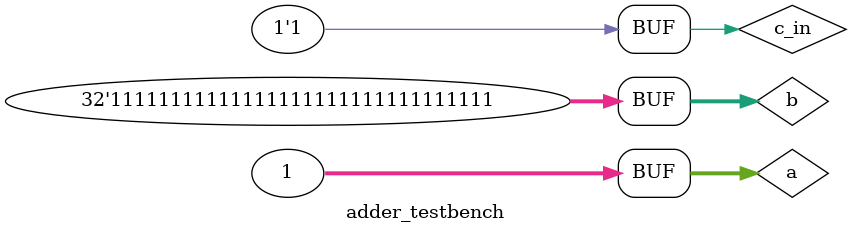
<source format=v>
`define DELAY 20
module adder_testbench(); 
reg [31:0] 	a,	b;
reg			c_in;
wire [31:0] result, and_r, or_r, xor_r;
wire 			c_out;

adder fatb (result, and_r, or_r, xor_r, c_out, a, b, c_in);


initial begin
a = 32'b10101010101010101010101010101010; b = 32'b1;  c_in = 0;
#`DELAY;
a = 32'b10101010101010101010101010101010; b = 32'b1; c_in = 1;
#`DELAY;
a = 32'b0; b = 32'b1;  c_in = 0;
#`DELAY;
a = 32'b0; b = 32'b1; c_in = 1;
#`DELAY;
a = 32'b11111111111111111111111111111111; b = 32'b1;  c_in = 0;
#`DELAY;
a = 32'b11111111111111111111111111111111; b = 32'b1; c_in = 1;
#`DELAY;
a = 32'b1; b = 32'b10101010101010101010101010101010;  c_in = 0;
#`DELAY;
a = 32'b1; b = 32'b10101010101010101010101010101010; c_in = 1;
#`DELAY;
a = 32'b1; b = 32'b0;  c_in = 0;
#`DELAY;
a = 32'b1; b = 32'b0; c_in = 1;
#`DELAY;
a = 32'b1; b = 32'b11111111111111111111111111111111;  c_in = 0;
#`DELAY;
a = 32'b1; b = 32'b11111111111111111111111111111111; c_in = 1;
end
 
 
initial
begin
$monitor("time = %2d, a =%1b, b=%1b, c_in=%1b, result=%1b, and_r=%1b, or_r=%1b, xor_r=%1b, c_out=%1b", $time, a, b, c_in, result, and_r, or_r, xor_r, c_out);
end
 
endmodule
</source>
